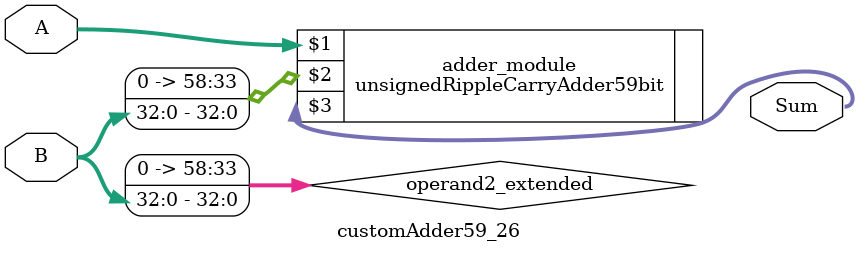
<source format=v>
module customAdder59_26(
                        input [58 : 0] A,
                        input [32 : 0] B,
                        
                        output [59 : 0] Sum
                );

        wire [58 : 0] operand2_extended;
        
        assign operand2_extended =  {26'b0, B};
        
        unsignedRippleCarryAdder59bit adder_module(
            A,
            operand2_extended,
            Sum
        );
        
        endmodule
        
</source>
